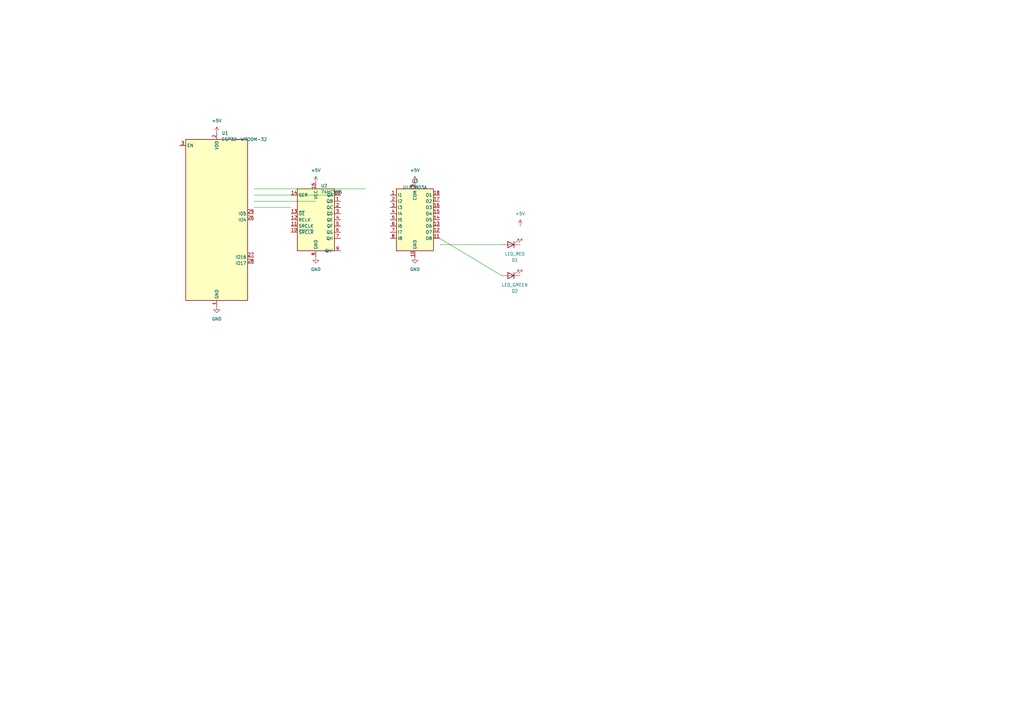
<source format=kicad_sch>
(kicad_sch (version 20211014) (generator eeschema)
  (paper "A3")
  (title_block (title "LED Vision Tester - Complete System v6") (date "2025-08-12") (rev "6.0") (company "Electronics Workshop") (comment 1 "36쌍 LED 동심원 시각검사 시스템") (comment 2 "ESP32 + 74HC595 + ULN2803A 기반") (comment 3 "완전 호환성 버전 - KiCad v5/v6") (comment 4 "설계자: myoung906"))
  (lib_symbols
    (symbol "MCU_Module:ESP32-WROOM-32"
      (property "Reference" "U" (at -12.7 34.29 0))
      (property "Value" "ESP32-WROOM-32" (at 1.27 34.29 0))
      (symbol "ESP32-WROOM-32_0_1"
        (rectangle (start -12.7 33.02) (end 12.7 -33.02) (stroke (width 0.254)) (fill (type background)))
      )
      (symbol "ESP32-WROOM-32_1_1"
        (pin power_in line (at 0 -35.56 90) (length 2.54) (name "GND") (number "1"))
        (pin power_in line (at 0 35.56 270) (length 2.54) (name "VDD") (number "2"))
        (pin input line (at -15.24 30.48 0) (length 2.54) (name "EN") (number "3"))
        (pin bidirectional line (at 15.24 0 180) (length 2.54) (name "IO4") (number "26"))
        (pin bidirectional line (at 15.24 2.54 180) (length 2.54) (name "IO5") (number "29"))
        (pin bidirectional line (at 15.24 -15.24 180) (length 2.54) (name "IO16") (number "27"))
        (pin bidirectional line (at 15.24 -17.78 180) (length 2.54) (name "IO17") (number "28"))
      )
    )
    (symbol "Logic_74xx:74HC595"
      (property "Reference" "U" (at -7.62 13.97 0))
      (property "Value" "74HC595" (at -7.62 -13.97 0))
      (symbol "74HC595_1_1"
        (rectangle (start -7.62 12.7) (end 7.62 -12.7) (stroke (width 0.254)) (fill (type background)))
        (pin tri_state line (at 10.16 10.16 180) (length 2.54) (name "QA") (number "15"))
        (pin tri_state line (at 10.16 7.62 180) (length 2.54) (name "QB") (number "1"))
        (pin tri_state line (at 10.16 5.08 180) (length 2.54) (name "QC") (number "2"))
        (pin tri_state line (at 10.16 2.54 180) (length 2.54) (name "QD") (number "3"))
        (pin tri_state line (at 10.16 0 180) (length 2.54) (name "QE") (number "4"))
        (pin tri_state line (at 10.16 -2.54 180) (length 2.54) (name "QF") (number "5"))
        (pin tri_state line (at 10.16 -5.08 180) (length 2.54) (name "QG") (number "6"))
        (pin tri_state line (at 10.16 -7.62 180) (length 2.54) (name "QH") (number "7"))
        (pin power_in line (at 0 -15.24 90) (length 2.54) (name "GND") (number "8"))
        (pin output line (at 10.16 -12.7 180) (length 2.54) (name "QH'") (number "9"))
        (pin input line (at -10.16 -5.08 0) (length 2.54) (name "~{SRCLR}") (number "10"))
        (pin input line (at -10.16 -2.54 0) (length 2.54) (name "SRCLK") (number "11"))
        (pin input line (at -10.16 0 0) (length 2.54) (name "RCLK") (number "12"))
        (pin input line (at -10.16 2.54 0) (length 2.54) (name "~{OE}") (number "13"))
        (pin input line (at -10.16 10.16 0) (length 2.54) (name "SER") (number "14"))
        (pin power_in line (at 0 15.24 270) (length 2.54) (name "VCC") (number "16"))
      )
    )
    (symbol "Driver_Arrays:ULN2803A"
      (property "Reference" "U" (at 0 15.875 0))
      (property "Value" "ULN2803A" (at 0 13.97 0))
      (symbol "ULN2803A_0_1"
        (rectangle (start -7.62 -12.7) (end 7.62 12.7) (stroke (width 0.254)) (fill (type background)))
      )
      (symbol "ULN2803A_1_1"
        (pin input line (at -10.16 10.16 0) (length 2.54) (name "I1") (number "1"))
        (pin input line (at -10.16 7.62 0) (length 2.54) (name "I2") (number "2"))
        (pin input line (at -10.16 5.08 0) (length 2.54) (name "I3") (number "3"))
        (pin input line (at -10.16 2.54 0) (length 2.54) (name "I4") (number "4"))
        (pin input line (at -10.16 0 0) (length 2.54) (name "I5") (number "5"))
        (pin input line (at -10.16 -2.54 0) (length 2.54) (name "I6") (number "6"))
        (pin input line (at -10.16 -5.08 0) (length 2.54) (name "I7") (number "7"))
        (pin input line (at -10.16 -7.62 0) (length 2.54) (name "I8") (number "8"))
        (pin power_in line (at 0 15.24 270) (length 2.54) (name "COM") (number "9"))
        (pin power_in line (at 0 -15.24 90) (length 2.54) (name "GND") (number "10"))
        (pin open_collector line (at 10.16 -7.62 180) (length 2.54) (name "O8") (number "11"))
        (pin open_collector line (at 10.16 -5.08 180) (length 2.54) (name "O7") (number "12"))
        (pin open_collector line (at 10.16 -2.54 180) (length 2.54) (name "O6") (number "13"))
        (pin open_collector line (at 10.16 0 180) (length 2.54) (name "O5") (number "14"))
        (pin open_collector line (at 10.16 2.54 180) (length 2.54) (name "O4") (number "15"))
        (pin open_collector line (at 10.16 5.08 180) (length 2.54) (name "O3") (number "16"))
        (pin open_collector line (at 10.16 7.62 180) (length 2.54) (name "O2") (number "17"))
        (pin open_collector line (at 10.16 10.16 180) (length 2.54) (name "O1") (number "18"))
      )
    )
    (symbol "Device:LED" (pin_numbers hide) (pin_names (offset 1.016) hide)
      (property "Reference" "D" (at 0 1.905 0))
      (property "Value" "LED" (at 0 -1.905 0))
      (symbol "LED_0_1"
        (polyline (pts (xy -1.27 -1.27) (xy -1.27 1.27)) (stroke (width 0.254)))
        (polyline (pts (xy -1.27 0) (xy 1.27 0)))
        (polyline (pts (xy 1.27 -1.27) (xy 1.27 1.27) (xy -1.27 0) (xy 1.27 -1.27)) (stroke (width 0.254)))
        (polyline (pts (xy -3.048 -0.762) (xy -4.572 -2.286) (xy -3.81 -2.286) (xy -4.572 -2.286) (xy -4.572 -1.524)))
        (polyline (pts (xy -1.778 -0.762) (xy -3.302 -2.286) (xy -2.54 -2.286) (xy -3.302 -2.286) (xy -3.302 -1.524)))
      )
      (symbol "LED_1_1"
        (pin passive line (at -3.81 0 0) (length 2.54) (name "K") (number "1"))
        (pin passive line (at 3.81 0 180) (length 2.54) (name "A") (number "2"))
      )
    )
    (symbol "power:+5V" (power) (pin_names (offset 0))
      (property "Value" "+5V" (at 0 3.556 0))
      (symbol "+5V_0_1"
        (polyline (pts (xy -0.762 1.27) (xy 0 2.54)))
        (polyline (pts (xy 0 0) (xy 0 2.54)))
        (polyline (pts (xy 0 2.54) (xy 0.762 1.27)))
      )
      (symbol "+5V_1_1"
        (pin power_in line (at 0 0 90) (length 0) hide (name "+5V") (number "1"))
      )
    )
    (symbol "power:GND" (power) (pin_names (offset 0))
      (property "Value" "GND" (at 0 -3.81 0))
      (symbol "GND_0_1"
        (polyline (pts (xy 0 0) (xy 0 -1.27) (xy 1.27 -1.27) (xy 0 -2.54) (xy -1.27 -1.27) (xy 0 -1.27)))
      )
      (symbol "GND_1_1"
        (pin power_in line (at 0 0 270) (length 0) hide (name "GND") (number "1"))
      )
    )
  )
  (wire (pts (xy 104.14 85.09) (xy 119.38 85.09)))
  (wire (pts (xy 104.14 82.55) (xy 129.54 82.55)))
  (wire (pts (xy 104.14 80.01) (xy 139.7 80.01)))
  (wire (pts (xy 104.14 77.47) (xy 149.86 77.47)))
  (wire (pts (xy 180.34 100.33) (xy 205.74 100.33)))
  (wire (pts (xy 180.34 97.79) (xy 205.74 113.03)))
  (symbol (lib_id "MCU_Module:ESP32-WROOM-32") (at 88.9 90.17 0) (unit 1)
    (property "Reference" "U1" (at 90.8939 54.61 0) (effects (justify left)))
    (property "Value" "ESP32-WROOM-32" (at 90.8939 57.15 0) (effects (justify left)))
    (property "Footprint" "RF_Module:ESP32-WROOM-32" (effects hide))
    (property "Datasheet" "https://www.espressif.com/sites/default/files/documentation/esp32-wroom-32_datasheet_en.pdf" (effects hide))
  )
  (symbol (lib_id "Logic_74xx:74HC595") (at 129.54 90.17 0) (unit 1)
    (property "Reference" "U2" (at 131.5339 76.2 0) (effects (justify left)))
    (property "Value" "74HC595" (at 131.5339 78.74 0) (effects (justify left)))
    (property "Footprint" "Package_DIP:DIP-16_W7.62mm" (effects hide))
    (property "Datasheet" "http://www.ti.com/lit/ds/symlink/sn74hc595.pdf" (effects hide))
  )
  (symbol (lib_id "Driver_Arrays:ULN2803A") (at 170.18 90.17 0) (unit 1)
    (property "Reference" "U3" (at 170.18 74.295 0))
    (property "Value" "ULN2803A" (at 170.18 76.835 0))
    (property "Footprint" "Package_DIP:DIP-18_W7.62mm" (effects hide))
    (property "Datasheet" "http://www.ti.com/lit/ds/symlink/uln2803a.pdf" (effects hide))
  )
  (symbol (lib_id "Device:LED") (at 209.55 100.33 180) (unit 1)
    (property "Reference" "D1" (at 211.1375 106.68 0))
    (property "Value" "LED_RED" (at 211.1375 104.14 0))
    (property "Footprint" "LED_SMD:LED_0805_2012Metric" (effects hide))
  )
  (symbol (lib_id "Device:LED") (at 209.55 113.03 180) (unit 1)
    (property "Reference" "D2" (at 211.1375 119.38 0))
    (property "Value" "LED_GREEN" (at 211.1375 116.84 0))
    (property "Footprint" "LED_SMD:LED_0805_2012Metric" (effects hide))
  )
  (symbol (lib_id "power:+5V") (at 88.9 54.61 0) (unit 1)
    (property "Reference" "#PWR01" (effects hide))
    (property "Value" "+5V" (at 88.9 49.53 0))
  )
  (symbol (lib_id "power:+5V") (at 129.54 74.93 0) (unit 1)
    (property "Reference" "#PWR02" (effects hide))
    (property "Value" "+5V" (at 129.54 69.85 0))
  )
  (symbol (lib_id "power:+5V") (at 170.18 74.93 0) (unit 1)
    (property "Reference" "#PWR03" (effects hide))
    (property "Value" "+5V" (at 170.18 69.85 0))
  )
  (symbol (lib_id "power:+5V") (at 213.36 92.71 0) (unit 1)
    (property "Reference" "#PWR04" (effects hide))
    (property "Value" "+5V" (at 213.36 87.63 0))
  )
  (symbol (lib_id "power:GND") (at 88.9 125.73 0) (unit 1)
    (property "Reference" "#PWR05" (effects hide))
    (property "Value" "GND" (at 88.9 130.81 0))
  )
  (symbol (lib_id "power:GND") (at 129.54 105.41 0) (unit 1)
    (property "Reference" "#PWR06" (effects hide))
    (property "Value" "GND" (at 129.54 110.49 0))
  )
  (symbol (lib_id "power:GND") (at 170.18 105.41 0) (unit 1)
    (property "Reference" "#PWR07" (effects hide))
    (property "Value" "GND" (at 170.18 110.49 0))
  )
)
</source>
